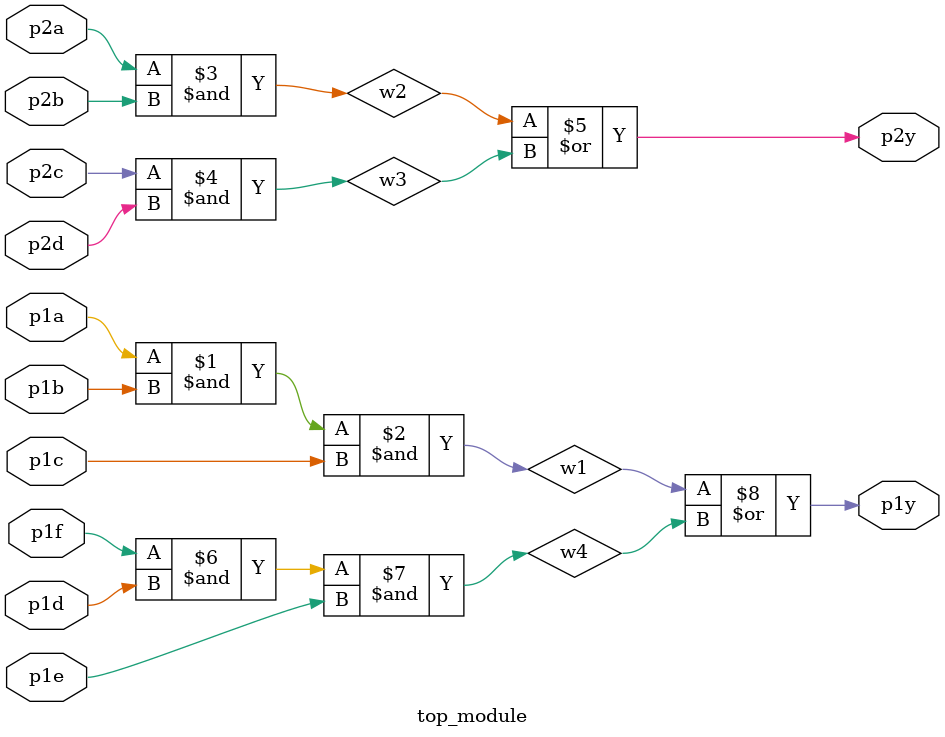
<source format=v>
/*The 7458 is a chip with four AND gates and two OR gates. 
This problem is slightly more complex than 7420.
Create a module with the same functionality as the 7458 chip.
It has 10 inputs and 2 outputs. You may choose to use an assign statement to drive each of the output wires,
or you may choose to declare (four) wires for use as intermediate signals,
where each internal wire is driven by the output of one of the AND gates.
For extra practice, try it both ways.*/
module top_module ( 
    input p1a, p1b, p1c, p1d, p1e, p1f,
    output p1y,
    input p2a, p2b, p2c, p2d,
    output p2y );

wire w1,w2,w3,w4;
    assign w1=p1a&p1b&p1c;
    assign w2=p2a&p2b;
    assign w3=p2c&p2d;
    assign p2y=w2|w3;
    assign w4=p1f&p1d&p1e;
    assign p1y=w1|w4;
endmodule

</source>
